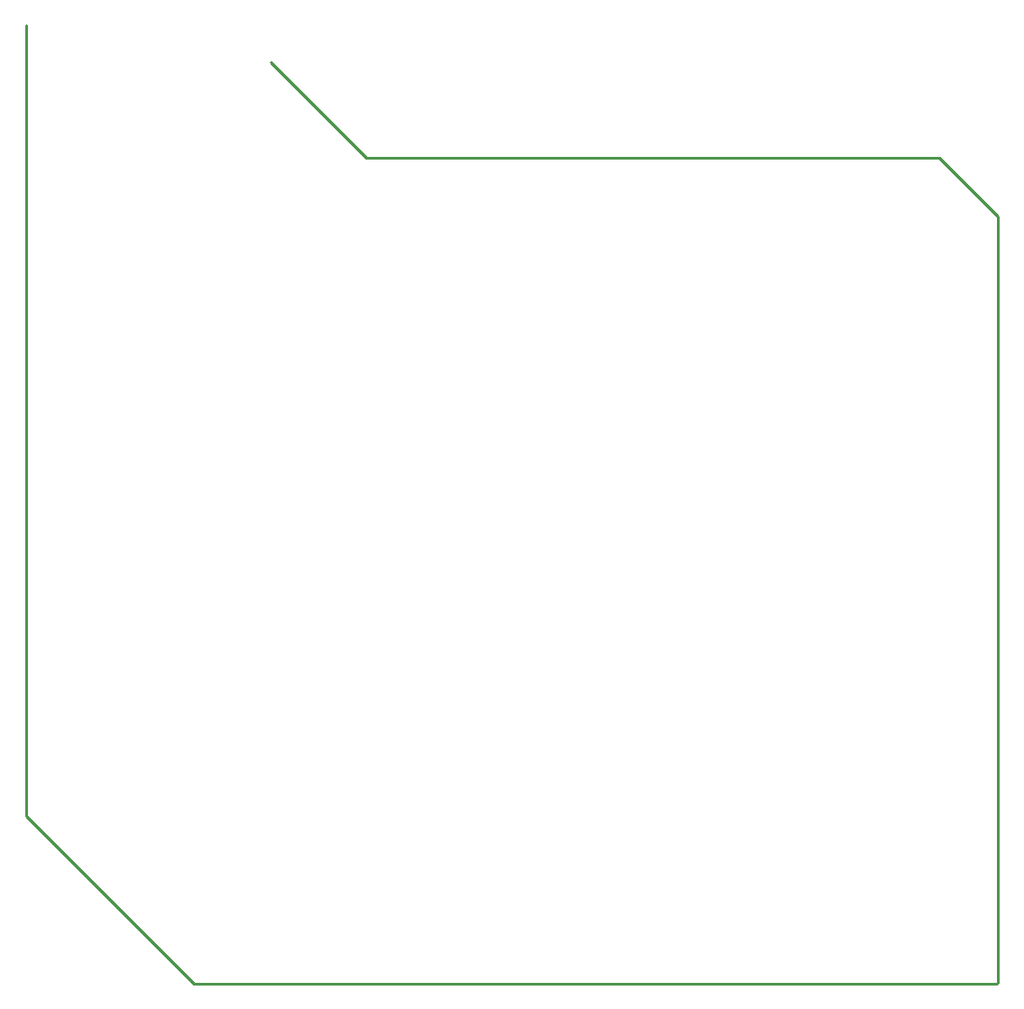
<source format=gtl>
G04*
G04 #@! TF.GenerationSoftware,Altium Limited,Altium Designer,23.9.2 (47)*
G04*
G04 Layer_Physical_Order=1*
G04 Layer_Color=255*
%FSLAX25Y25*%
%MOIN*%
G70*
G04*
G04 #@! TF.SameCoordinates,401BA282-0259-4254-8BD1-40EFBEC8EFAA*
G04*
G04*
G04 #@! TF.FilePolarity,Positive*
G04*
G01*
G75*
%ADD10C,0.01000*%
D10*
X-95472Y159449D02*
X-60039Y124016D01*
X151575D01*
X173228Y102362D01*
Y-180517D02*
Y102362D01*
X172643Y-181102D02*
X173228Y-180517D01*
X-124016Y-181102D02*
X172643D01*
X-148622Y-156496D02*
X-124016Y-181102D01*
X-186024Y-119095D02*
X-148622Y-156496D01*
X-186024Y-119095D02*
Y173228D01*
M02*

</source>
